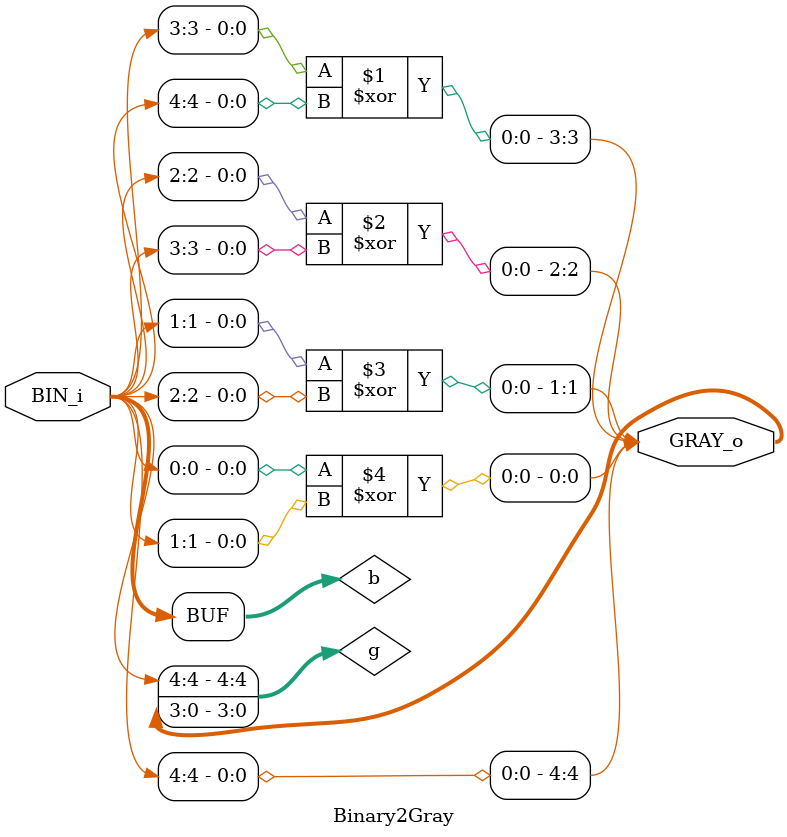
<source format=v>
`timescale 1ns / 1ps

module Binary2Gray(
    input [4:0] BIN_i,
    output [4:0] GRAY_o
);
wire [4:0] g;
wire [4:0] b;
assign b = BIN_i;
assign GRAY_o = g;

assign g[4] = b[4];
assign g[3] = b[3]^b[4];
assign g[2] = b[2]^b[3];
assign g[1] = b[1]^b[2];
assign g[0] = b[0]^b[1];
    
endmodule

</source>
